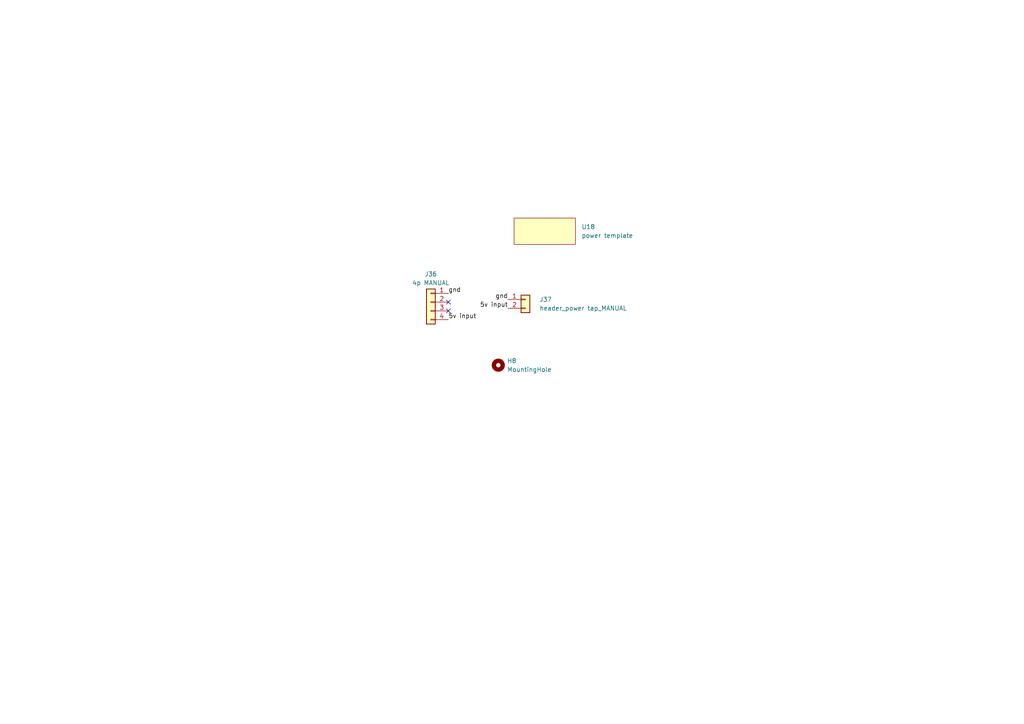
<source format=kicad_sch>
(kicad_sch (version 20211123) (generator eeschema)
  (paper "A4")
  (lib_symbols
    (symbol "Connector_Generic:Conn_01x02" (pin_names (offset 1.016) hide)
      (property "Reference" "J" (at 0 2.54 0))
      (property "Value" "Conn_01x02" (at 0 -5.08 0))
      (symbol "Conn_01x02_1_1"
        (rectangle (start -1.27 -2.413) (end 0 -2.667) (stroke (width 0.1524)))
        (rectangle (start -1.27 0.127) (end 0 -0.127) (stroke (width 0.1524)))
        (rectangle (start -1.27 1.27) (end 1.27 -3.81) (stroke (width 0.254)) (fill (type background)))
        (pin passive line (at -5.08 0 0) (length 3.81) (name "Pin_1") (number "1"))
        (pin passive line (at -5.08 -2.54 0) (length 3.81) (name "Pin_2") (number "2"))
      )
    )
    (symbol "Connector_Generic:Conn_01x04" (pin_names (offset 1.016) hide)
      (property "Reference" "J" (at 0 5.08 0))
      (property "Value" "Conn_01x04" (at 0 -7.62 0))
      (symbol "Conn_01x04_1_1"
        (rectangle (start -1.27 -4.953) (end 0 -5.207) (stroke (width 0.1524)))
        (rectangle (start -1.27 -2.413) (end 0 -2.667) (stroke (width 0.1524)))
        (rectangle (start -1.27 0.127) (end 0 -0.127) (stroke (width 0.1524)))
        (rectangle (start -1.27 2.667) (end 0 2.413) (stroke (width 0.1524)))
        (rectangle (start -1.27 3.81) (end 1.27 -6.35) (stroke (width 0.254)) (fill (type background)))
        (pin passive line (at -5.08 2.54 0) (length 3.81) (name "Pin_1") (number "1"))
        (pin passive line (at -5.08 0 0) (length 3.81) (name "Pin_2") (number "2"))
        (pin passive line (at -5.08 -2.54 0) (length 3.81) (name "Pin_3") (number "3"))
        (pin passive line (at -5.08 -5.08 0) (length 3.81) (name "Pin_4") (number "4"))
      )
    )
    (symbol "Mechanical:MountingHole" (pin_names (offset 1.016))
      (property "Reference" "H" (at 0 5.08 0))
      (property "Value" "MountingHole" (at 0 3.175 0))
      (symbol "MountingHole_0_1"
        (circle (center 0 0) (radius 1.27) (stroke (width 1.27)))
      )
    )
    (symbol "clarinoid2:Placeholder" (in_bom no)
      (property "Reference" "U" (at 0 0 0))
      (property "Value" "Placeholder" (at 0 -1.27 0))
      (symbol "Placeholder_0_1"
        (rectangle (start -8.89 2.54) (end 8.89 -5.08) (fill (type background)))
      )
    )
  )
  (no_connect (at 130.048 87.63))
  (no_connect (at 130.048 90.17))
  (label "gnd" (at 130.048 85.09 0))
  (label "5v input" (at 147.32 89.408 180))
  (label "5v input" (at 130.048 92.71 0))
  (label "gnd" (at 147.32 86.868 180))
  (symbol (lib_id "Connector_Generic:Conn_01x02") (at 152.4 86.868 0) (unit 1) (in_bom no)
    (property "Reference" "J37" (at 156.464 86.8679 0) (effects (justify left)))
    (property "Value" "header_power tap_MANUAL" (at 156.464 89.4079 0) (effects (justify left)))
    (property "Footprint" "Connector_PinHeader_2.54mm:PinHeader_1x02_P2.54mm_Vertical" (effects hide))
    (property "verif" "1" (effects hide))
  )
  (symbol (lib_id "clarinoid2:Placeholder") (at 157.988 65.786 0) (unit 1) (in_bom no)
    (property "Reference" "U18" (at 168.656 65.7859 0) (effects (justify left)))
    (property "Value" "power template" (at 168.656 68.3259 0) (effects (justify left)))
    (property "Footprint" "clarinoid2:dev board power board template" (effects hide))
    (property "verif" "1" (effects hide))
  )
  (symbol (lib_id "Mechanical:MountingHole") (at 144.526 105.918 0) (unit 1)
    (property "Reference" "H8" (at 147.066 104.6479 0) (effects (justify left)))
    (property "Value" "MountingHole" (at 147.066 107.1879 0) (effects (justify left)))
    (property "Footprint" "MountingHole:MountingHole_3.2mm_M3" (effects hide))
    (property "MANUFACTURER" "Wurth" (effects hide))
    (property "verif" "1" (effects hide))
  )
  (symbol (lib_id "Connector_Generic:Conn_01x04") (at 124.968 87.63 0) (mirror y) (unit 1) (in_bom no)
    (property "Reference" "J36" (at 124.968 79.502 0))
    (property "Value" "4p MANUAL" (at 124.968 82.042 0))
    (property "Footprint" "Connector_PinHeader_2.54mm:PinHeader_1x04_P2.54mm_Vertical" (effects hide))
    (property "verif" "1" (effects hide))
  )
)
</source>
